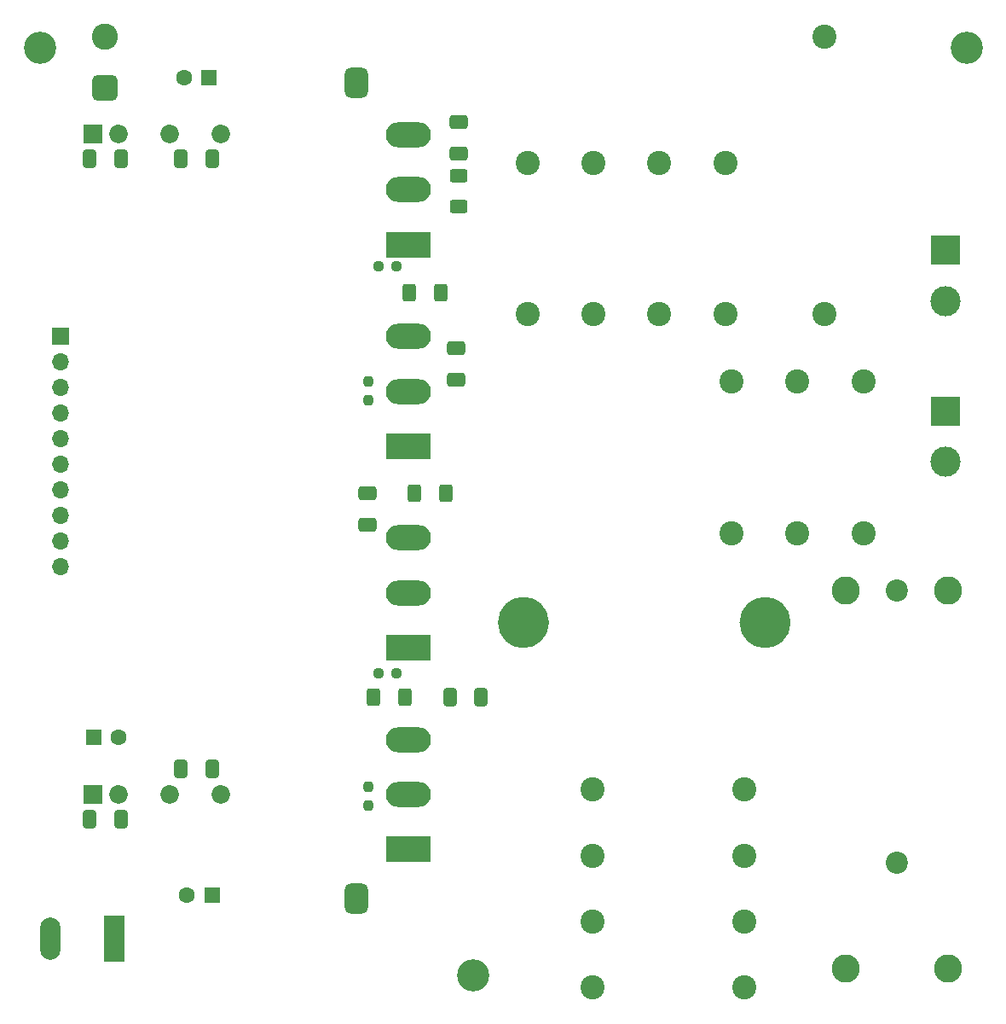
<source format=gbr>
%TF.GenerationSoftware,KiCad,Pcbnew,8.0.3*%
%TF.CreationDate,2025-02-16T14:56:23+13:00*%
%TF.ProjectId,Power-stage-rounded,506f7765-722d-4737-9461-67652d726f75,rev?*%
%TF.SameCoordinates,Original*%
%TF.FileFunction,Soldermask,Bot*%
%TF.FilePolarity,Negative*%
%FSLAX46Y46*%
G04 Gerber Fmt 4.6, Leading zero omitted, Abs format (unit mm)*
G04 Created by KiCad (PCBNEW 8.0.3) date 2025-02-16 14:56:23*
%MOMM*%
%LPD*%
G01*
G04 APERTURE LIST*
G04 Aperture macros list*
%AMRoundRect*
0 Rectangle with rounded corners*
0 $1 Rounding radius*
0 $2 $3 $4 $5 $6 $7 $8 $9 X,Y pos of 4 corners*
0 Add a 4 corners polygon primitive as box body*
4,1,4,$2,$3,$4,$5,$6,$7,$8,$9,$2,$3,0*
0 Add four circle primitives for the rounded corners*
1,1,$1+$1,$2,$3*
1,1,$1+$1,$4,$5*
1,1,$1+$1,$6,$7*
1,1,$1+$1,$8,$9*
0 Add four rect primitives between the rounded corners*
20,1,$1+$1,$2,$3,$4,$5,0*
20,1,$1+$1,$4,$5,$6,$7,0*
20,1,$1+$1,$6,$7,$8,$9,0*
20,1,$1+$1,$8,$9,$2,$3,0*%
G04 Aperture macros list end*
%ADD10C,2.533948*%
%ADD11RoundRect,0.650000X0.650000X-0.650000X0.650000X0.650000X-0.650000X0.650000X-0.650000X-0.650000X0*%
%ADD12C,2.600000*%
%ADD13R,1.600000X1.600000*%
%ADD14C,1.600000*%
%ADD15R,1.700000X1.700000*%
%ADD16O,1.700000X1.700000*%
%ADD17R,2.000000X4.600000*%
%ADD18O,2.000000X4.200000*%
%ADD19C,2.400000*%
%ADD20C,2.200000*%
%ADD21C,3.200000*%
%ADD22R,1.850000X1.850000*%
%ADD23C,1.850000*%
%ADD24R,4.500000X2.500000*%
%ADD25O,4.500000X2.500000*%
%ADD26C,2.800000*%
%ADD27RoundRect,0.575000X0.575000X-0.925000X0.575000X0.925000X-0.575000X0.925000X-0.575000X-0.925000X0*%
%ADD28R,3.000000X3.000000*%
%ADD29C,3.000000*%
%ADD30RoundRect,0.250000X0.650000X-0.412500X0.650000X0.412500X-0.650000X0.412500X-0.650000X-0.412500X0*%
%ADD31RoundRect,0.250000X0.412500X0.650000X-0.412500X0.650000X-0.412500X-0.650000X0.412500X-0.650000X0*%
%ADD32RoundRect,0.250000X-0.400000X-0.625000X0.400000X-0.625000X0.400000X0.625000X-0.400000X0.625000X0*%
%ADD33RoundRect,0.237500X-0.237500X0.250000X-0.237500X-0.250000X0.237500X-0.250000X0.237500X0.250000X0*%
%ADD34RoundRect,0.250000X-0.412500X-0.650000X0.412500X-0.650000X0.412500X0.650000X-0.412500X0.650000X0*%
%ADD35RoundRect,0.250000X0.625000X-0.400000X0.625000X0.400000X-0.625000X0.400000X-0.625000X-0.400000X0*%
%ADD36RoundRect,0.250000X0.400000X0.625000X-0.400000X0.625000X-0.400000X-0.625000X0.400000X-0.625000X0*%
%ADD37RoundRect,0.237500X0.250000X0.237500X-0.250000X0.237500X-0.250000X-0.237500X0.250000X-0.237500X0*%
%ADD38RoundRect,0.250000X-0.650000X0.412500X-0.650000X-0.412500X0.650000X-0.412500X0.650000X0.412500X0*%
G04 APERTURE END LIST*
D10*
X159416974Y-103983948D02*
G75*
G02*
X156883026Y-103983948I-1266974J0D01*
G01*
X156883026Y-103983948D02*
G75*
G02*
X159416974Y-103983948I1266974J0D01*
G01*
X183416974Y-103983948D02*
G75*
G02*
X180883026Y-103983948I-1266974J0D01*
G01*
X180883026Y-103983948D02*
G75*
G02*
X183416974Y-103983948I1266974J0D01*
G01*
D11*
%TO.C,TP11*%
X116600000Y-50980000D03*
D12*
X116600000Y-45900000D03*
%TD*%
D13*
%TO.C,C35*%
X115450000Y-115400000D03*
D14*
X117950000Y-115400000D03*
%TD*%
D15*
%TO.C,J4*%
X112150000Y-75620000D03*
D16*
X112150000Y-78160000D03*
X112150000Y-80700000D03*
X112150000Y-83240000D03*
X112150000Y-85780000D03*
X112150000Y-88320000D03*
X112150000Y-90860000D03*
X112150000Y-93400000D03*
X112150000Y-95940000D03*
X112150000Y-98480000D03*
%TD*%
D17*
%TO.C,J5*%
X117500000Y-135350000D03*
D18*
X111200000Y-135350000D03*
%TD*%
D19*
%TO.C,C27*%
X180050000Y-120550000D03*
X165050000Y-120550000D03*
%TD*%
%TO.C,C32*%
X185350000Y-95100000D03*
X185350000Y-80100000D03*
%TD*%
D20*
%TO.C,C16*%
X195250000Y-100800000D03*
X195250000Y-127800000D03*
%TD*%
D21*
%TO.C,H1*%
X110150000Y-47000000D03*
%TD*%
D13*
%TO.C,C1*%
X127232380Y-131021190D03*
D14*
X124732380Y-131021190D03*
%TD*%
D19*
%TO.C,C11*%
X171650000Y-58400000D03*
X171650000Y-73400000D03*
%TD*%
D22*
%TO.C,U3*%
X115440000Y-55500000D03*
D23*
X117980000Y-55500000D03*
X123060000Y-55500000D03*
X128140000Y-55500000D03*
%TD*%
D19*
%TO.C,C17*%
X180050000Y-127100000D03*
X165050000Y-127100000D03*
%TD*%
%TO.C,C18*%
X180050000Y-140200000D03*
X165050000Y-140200000D03*
%TD*%
D21*
%TO.C,H2*%
X202150000Y-47000000D03*
%TD*%
D24*
%TO.C,Q2*%
X146750000Y-86500000D03*
D25*
X146750000Y-81050000D03*
X146750000Y-75600000D03*
%TD*%
D19*
%TO.C,C29*%
X165100000Y-58400000D03*
X165100000Y-73400000D03*
%TD*%
D24*
%TO.C,Q3*%
X146750000Y-106500000D03*
D25*
X146750000Y-101050000D03*
X146750000Y-95600000D03*
%TD*%
D19*
%TO.C,C28*%
X180050000Y-133650000D03*
X165050000Y-133650000D03*
%TD*%
D24*
%TO.C,Q4*%
X146750000Y-126500000D03*
D25*
X146750000Y-121050000D03*
X146750000Y-115600000D03*
%TD*%
D19*
%TO.C,C33*%
X191900000Y-95100000D03*
X191900000Y-80100000D03*
%TD*%
D26*
%TO.C,C15*%
X200350000Y-100800000D03*
X190150000Y-100800000D03*
X200350000Y-138300000D03*
X190150000Y-138300000D03*
%TD*%
D19*
%TO.C,C31*%
X178800000Y-95100000D03*
X178800000Y-80100000D03*
%TD*%
D27*
%TO.C,HS1*%
X141550000Y-131400000D03*
X141550000Y-50400000D03*
%TD*%
D21*
%TO.C,H3*%
X153150000Y-139000000D03*
%TD*%
D22*
%TO.C,U4*%
X115440000Y-121071190D03*
D23*
X117980000Y-121071190D03*
X123060000Y-121071190D03*
X128140000Y-121071190D03*
%TD*%
D19*
%TO.C,C30*%
X158550000Y-58400000D03*
X158550000Y-73400000D03*
%TD*%
%TO.C,C10*%
X178200000Y-58400000D03*
X178200000Y-73400000D03*
%TD*%
D28*
%TO.C,J6*%
X200082500Y-83067500D03*
D29*
X200082500Y-88067500D03*
%TD*%
D13*
%TO.C,C34*%
X126932380Y-49900000D03*
D14*
X124432380Y-49900000D03*
%TD*%
D24*
%TO.C,Q1*%
X146750000Y-66500000D03*
D25*
X146750000Y-61050000D03*
X146750000Y-55600000D03*
%TD*%
D19*
%TO.C,C2*%
X188050000Y-45850000D03*
X188050000Y-73350000D03*
%TD*%
D28*
%TO.C,J3*%
X200082500Y-67067500D03*
D29*
X200082500Y-72067500D03*
%TD*%
D30*
%TO.C,C21*%
X151750000Y-57462500D03*
X151750000Y-54337500D03*
%TD*%
D31*
%TO.C,C7*%
X127212500Y-58000000D03*
X124087500Y-58000000D03*
%TD*%
%TO.C,C8*%
X127212500Y-118500000D03*
X124087500Y-118500000D03*
%TD*%
D32*
%TO.C,R10*%
X149900000Y-71300000D03*
X146800000Y-71300000D03*
%TD*%
D33*
%TO.C,R6*%
X142750000Y-80087500D03*
X142750000Y-81912500D03*
%TD*%
D34*
%TO.C,C22*%
X153962500Y-111400000D03*
X150837500Y-111400000D03*
%TD*%
%TO.C,C5*%
X115087500Y-58000000D03*
X118212500Y-58000000D03*
%TD*%
%TO.C,C6*%
X115087500Y-123521190D03*
X118212500Y-123521190D03*
%TD*%
D35*
%TO.C,R11*%
X151750000Y-62750000D03*
X151750000Y-59650000D03*
%TD*%
D36*
%TO.C,R9*%
X150450000Y-91200000D03*
X147350000Y-91200000D03*
%TD*%
D37*
%TO.C,R5*%
X145562500Y-68600000D03*
X143737500Y-68600000D03*
%TD*%
D38*
%TO.C,C20*%
X151450000Y-76737500D03*
X151450000Y-79862500D03*
%TD*%
D37*
%TO.C,R7*%
X145562500Y-109000000D03*
X143737500Y-109000000D03*
%TD*%
D38*
%TO.C,C19*%
X142650000Y-91200000D03*
X142650000Y-94325000D03*
%TD*%
D33*
%TO.C,R8*%
X142750000Y-120287500D03*
X142750000Y-122112500D03*
%TD*%
D32*
%TO.C,R12*%
X143250000Y-111400000D03*
X146350000Y-111400000D03*
%TD*%
M02*

</source>
